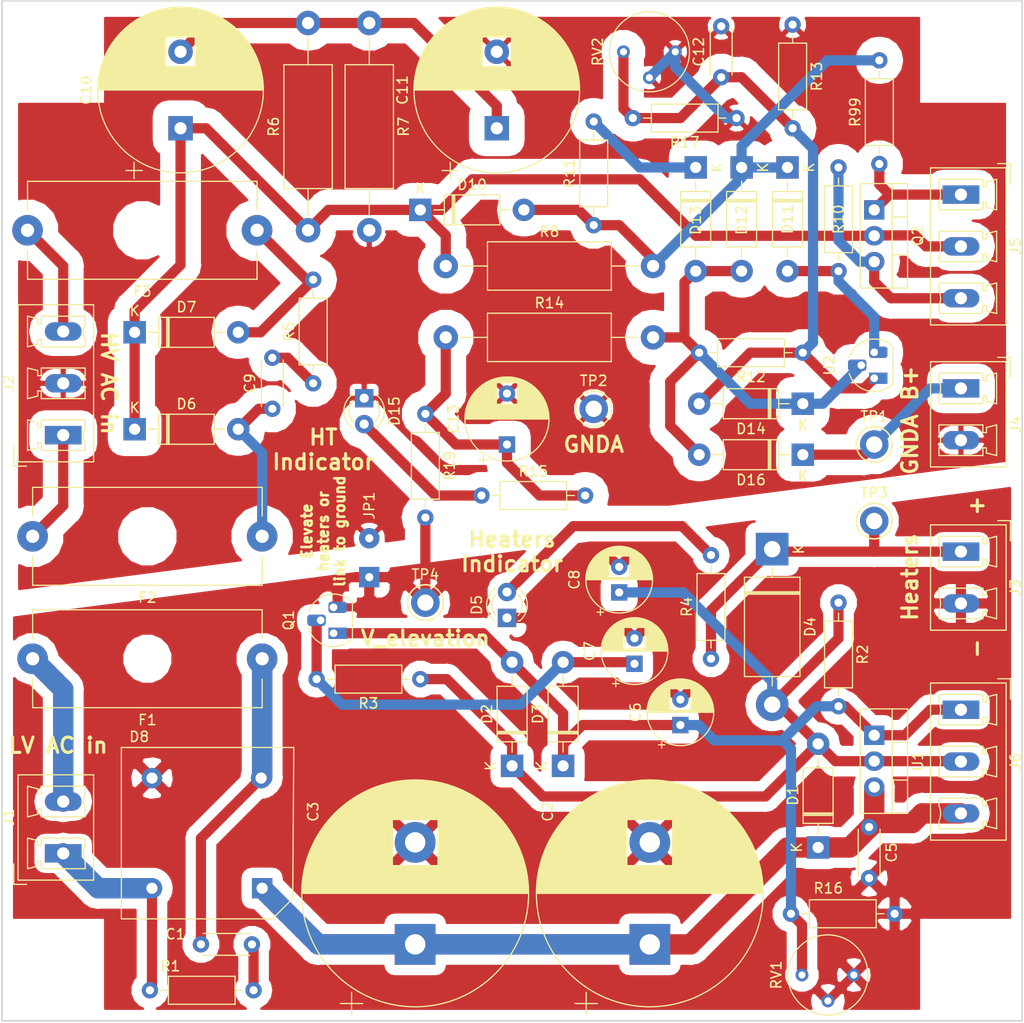
<source format=kicad_pcb>
(kicad_pcb (version 20171130) (host pcbnew "(5.0.0-3-g5ebb6b6)")
  (layers (0 F.Cu signal) (31 B.Cu signal) (34 B.Paste user) (35 F.Paste user) (36 B.SilkS user) (37 F.SilkS user) (38 B.Mask user) (39 F.Mask user) (44 Edge.Cuts user))
  (net 0 "")
  (net 1 "Net-(C1-Pad1)")
  (net 2 "Net-(C1-Pad2)")
  (net 3 "Net-(C7-Pad1)")
  (net 4 "Net-(C9-Pad2)")
  (net 5 "Net-(C9-Pad1)")
  (net 6 "Net-(C10-Pad2)")
  (net 7 GNDA)
  (net 8 "Net-(C12-Pad1)")
  (net 9 "Net-(C13-Pad1)")
  (net 10 "Net-(D4-Pad1)")
  (net 11 "Net-(D5-Pad2)")
  (net 12 "Net-(D7-Pad2)")
  (net 13 "Net-(D10-Pad2)")
  (net 14 "Net-(D11-Pad2)")
  (net 15 "Net-(D12-Pad2)")
  (net 16 "Net-(D15-Pad2)")
  (net 17 "Net-(D16-Pad1)")
  (net 18 "Net-(F1-Pad2)")
  (net 19 "Net-(F2-Pad2)")
  (net 20 "Net-(F3-Pad2)")
  (net 21 REG3)
  (net 22 REG1)
  (net 23 REG2)
  (net 24 MOS2)
  (net 25 MOS1)
  (net 26 MOS3)
  (net 27 "Net-(D8-Pad4)")
  (net 28 +VDC)
  (net 29 "Net-(D13-Pad1)")
  (module Diode_THT:Diode_Bridge_16.7x16.7x6.3mm_P10.8mm (layer F.Cu) (at 75.5 137 180)
    (fp_text reference D8 (at 12.05 14.85) (layer F.SilkS))
    (fp_text value BR310)
    (pad 3 thru_hole circle (at 10.8 10.8) (size 2 2) (drill 1.1) (layers *.Cu *.Mask) (net 28 +VDC))
    (pad 4 thru_hole circle (at 10.8 0) (size 2 2) (drill 1.1) (layers *.Cu *.Mask) (net 27 "Net-(D8-Pad4)"))
    (pad 1 thru_hole rect (at 0 0) (size 2 2) (drill 1.1) (layers *.Cu *.Mask) (net 21 REG3))
    (pad 2 thru_hole circle (at 0.1 10.8) (size 2 2) (drill 1.1) (layers *.Cu *.Mask) (net 2 "Net-(C1-Pad2)"))
  )
  (module Capacitor_THT:C_Disc_D4.3mm_W1.9mm_P5.00mm (layer F.Cu) (at 74.5 142.5 180)
    (fp_text reference C1 (at 7.5 1 180) (layer F.SilkS))
    (fp_text value "10n 100V")
    (pad 1 thru_hole circle (at 0 0 180) (size 1.6 1.6) (drill 0.8) (layers *.Cu *.Mask) (net 1 "Net-(C1-Pad1)"))
    (pad 2 thru_hole circle (at 5 0 180) (size 1.6 1.6) (drill 0.8) (layers *.Cu *.Mask) (net 2 "Net-(C1-Pad2)"))
  )
  (module Capacitor_THT:CP_Radial_D22.0mm_P10.00mm_SnapIn (layer F.Cu) (at 113.5 142.5 90)
    (fp_text reference C2 (at 13 -10 90) (layer F.SilkS))
    (fp_text value "2700uF 50V")
    (pad 2 thru_hole circle (at 10 0 90) (size 4 4) (drill 2) (layers *.Cu *.Mask) (net 28 +VDC))
    (pad 1 thru_hole rect (at 0 0 90) (size 4 4) (drill 2) (layers *.Cu *.Mask) (net 21 REG3))
  )
  (module Capacitor_THT:CP_Radial_D22.0mm_P10.00mm_SnapIn (layer F.Cu) (at 90.5 142.5 90)
    (fp_text reference C3 (at 13 -10 90) (layer F.SilkS))
    (fp_text value "2700uF 50V")
    (pad 1 thru_hole rect (at 0 0 90) (size 4 4) (drill 2) (layers *.Cu *.Mask) (net 21 REG3))
    (pad 2 thru_hole circle (at 10 0 90) (size 4 4) (drill 2) (layers *.Cu *.Mask) (net 28 +VDC))
  )
  (module Capacitor_THT:C_Disc_D4.3mm_W1.9mm_P5.00mm (layer F.Cu) (at 135 131 270)
    (fp_text reference C5 (at 2.5 -2.2 270) (layer F.SilkS))
    (fp_text value "100n 100V")
    (pad 1 thru_hole circle (at 0 0 270) (size 1.6 1.6) (drill 0.8) (layers *.Cu *.Mask) (net 21 REG3))
    (pad 2 thru_hole circle (at 5 0 270) (size 1.6 1.6) (drill 0.8) (layers *.Cu *.Mask) (net 28 +VDC))
  )
  (module Capacitor_THT:CP_Radial_D6.3mm_P2.50mm (layer F.Cu) (at 116.5 121 90)
    (fp_text reference C6 (at 1.25 -4.4 90) (layer F.SilkS))
    (fp_text value 47u)
    (pad 1 thru_hole rect (at 0 0 90) (size 1.6 1.6) (drill 0.8) (layers *.Cu *.Mask) (net 22 REG1))
    (pad 2 thru_hole circle (at 2.5 0 90) (size 1.6 1.6) (drill 0.8) (layers *.Cu *.Mask) (net 28 +VDC))
  )
  (module Capacitor_THT:CP_Radial_D6.3mm_P2.50mm (layer F.Cu) (at 112 115 90)
    (fp_text reference C7 (at 1.25 -4.4 90) (layer F.SilkS))
    (fp_text value 47u)
    (pad 2 thru_hole circle (at 2.5 0 90) (size 1.6 1.6) (drill 0.8) (layers *.Cu *.Mask) (net 28 +VDC))
    (pad 1 thru_hole rect (at 0 0 90) (size 1.6 1.6) (drill 0.8) (layers *.Cu *.Mask) (net 3 "Net-(C7-Pad1)"))
  )
  (module Capacitor_THT:CP_Radial_D6.3mm_P2.50mm (layer F.Cu) (at 110.5 108 90)
    (fp_text reference C8 (at 1.25 -4.4 90) (layer F.SilkS))
    (fp_text value 47u)
    (pad 1 thru_hole rect (at 0 0 90) (size 1.6 1.6) (drill 0.8) (layers *.Cu *.Mask) (net 23 REG2))
    (pad 2 thru_hole circle (at 2.5 0 90) (size 1.6 1.6) (drill 0.8) (layers *.Cu *.Mask) (net 28 +VDC))
  )
  (module Capacitor_THT:C_Disc_D4.3mm_W1.9mm_P5.00mm (layer F.Cu) (at 76.5 90 90)
    (fp_text reference C9 (at 2.5 -2.2 90) (layer F.SilkS))
    (fp_text value "10n >1kV")
    (pad 2 thru_hole circle (at 5 0 90) (size 1.6 1.6) (drill 0.8) (layers *.Cu *.Mask) (net 4 "Net-(C9-Pad2)"))
    (pad 1 thru_hole circle (at 0 0 90) (size 1.6 1.6) (drill 0.8) (layers *.Cu *.Mask) (net 5 "Net-(C9-Pad1)"))
  )
  (module Capacitor_THT:CP_Radial_D16.0mm_P7.50mm (layer F.Cu) (at 67.5 62.5 90)
    (fp_text reference C10 (at 3.75 -9.25 90) (layer F.SilkS))
    (fp_text value "100u 225V")
    (pad 2 thru_hole circle (at 7.5 0 90) (size 2.4 2.4) (drill 1.2) (layers *.Cu *.Mask) (net 6 "Net-(C10-Pad2)"))
    (pad 1 thru_hole rect (at 0 0 90) (size 2.4 2.4) (drill 1.2) (layers *.Cu *.Mask) (net 24 MOS2))
  )
  (module Capacitor_THT:CP_Radial_D16.0mm_P7.50mm (layer F.Cu) (at 98.5 62.5 90)
    (fp_text reference C11 (at 3.75 -9.25 90) (layer F.SilkS))
    (fp_text value "100u 225V")
    (pad 1 thru_hole rect (at 0 0 90) (size 2.4 2.4) (drill 1.2) (layers *.Cu *.Mask) (net 6 "Net-(C10-Pad2)"))
    (pad 2 thru_hole circle (at 7.5 0 90) (size 2.4 2.4) (drill 1.2) (layers *.Cu *.Mask) (net 7 GNDA))
  )
  (module Capacitor_THT:C_Disc_D4.3mm_W1.9mm_P5.00mm (layer F.Cu) (at 120.5 57.5 90)
    (fp_text reference C12 (at 2.5 -2.2 90) (layer F.SilkS))
    (fp_text value "100n 450V")
    (pad 2 thru_hole circle (at 5 0 90) (size 1.6 1.6) (drill 0.8) (layers *.Cu *.Mask) (net 7 GNDA))
    (pad 1 thru_hole circle (at 0 0 90) (size 1.6 1.6) (drill 0.8) (layers *.Cu *.Mask) (net 8 "Net-(C12-Pad1)"))
  )
  (module Capacitor_THT:CP_Radial_D8.0mm_P5.00mm (layer F.Cu) (at 99.5 93.5 90)
    (fp_text reference C13 (at 2.5 -5.25 90) (layer F.SilkS))
    (fp_text value "10u 100V")
    (pad 1 thru_hole rect (at 0 0 90) (size 1.6 1.6) (drill 0.8) (layers *.Cu *.Mask) (net 9 "Net-(C13-Pad1)"))
    (pad 2 thru_hole circle (at 5 0 90) (size 1.6 1.6) (drill 0.8) (layers *.Cu *.Mask) (net 7 GNDA))
  )
  (module Diode_THT:D_DO-41_SOD81_P10.16mm_Horizontal (layer F.Cu) (at 130 133 90)
    (fp_text reference D1 (at 5.08 -2.47 90) (layer F.SilkS))
    (fp_text value 1N4007)
    (fp_text user K (at 0 -2.1 90) (layer F.SilkS))
    (pad 2 thru_hole oval (at 10.16 0 90) (size 2.2 2.2) (drill 1.1) (layers *.Cu *.Mask) (net 23 REG2))
    (pad 1 thru_hole rect (at 0 0 90) (size 2.2 2.2) (drill 1.1) (layers *.Cu *.Mask) (net 21 REG3))
  )
  (module Diode_THT:D_DO-41_SOD81_P10.16mm_Horizontal (layer F.Cu) (at 100 125 90)
    (fp_text reference D2 (at 5.08 -2.47 90) (layer F.SilkS))
    (fp_text value 1N4007)
    (fp_text user K (at 0 -2.1 90) (layer F.SilkS))
    (pad 1 thru_hole rect (at 0 0 90) (size 2.2 2.2) (drill 1.1) (layers *.Cu *.Mask) (net 23 REG2))
    (pad 2 thru_hole oval (at 10.16 0 90) (size 2.2 2.2) (drill 1.1) (layers *.Cu *.Mask) (net 22 REG1))
  )
  (module Diode_THT:D_DO-41_SOD81_P10.16mm_Horizontal (layer F.Cu) (at 105 125 90)
    (fp_text reference D3 (at 5.08 -2.47 90) (layer F.SilkS))
    (fp_text value 1N4007)
    (fp_text user K (at 0 -2.1 90) (layer F.SilkS))
    (pad 1 thru_hole rect (at 0 0 90) (size 2.2 2.2) (drill 1.1) (layers *.Cu *.Mask) (net 22 REG1))
    (pad 2 thru_hole oval (at 10.16 0 90) (size 2.2 2.2) (drill 1.1) (layers *.Cu *.Mask) (net 3 "Net-(C7-Pad1)"))
  )
  (module Diode_THT:D_DO-201AD_P15.24mm_Horizontal (layer F.Cu) (at 125.5 103.76 270)
    (fp_text reference D4 (at 7.62 -3.72 270) (layer F.SilkS))
    (fp_text value 1N5400)
    (fp_text user K (at 0 -2.6 270) (layer F.SilkS))
    (pad 1 thru_hole rect (at 0 0 270) (size 3.2 3.2) (drill 1.6) (layers *.Cu *.Mask) (net 10 "Net-(D4-Pad1)"))
    (pad 2 thru_hole oval (at 15.24 0 270) (size 3.2 3.2) (drill 1.6) (layers *.Cu *.Mask) (net 23 REG2))
  )
  (module LED_THT:LED_D3.0mm (layer F.Cu) (at 99.5 110.5 90)
    (fp_text reference D5 (at 1.27 -2.96 90) (layer F.SilkS))
    (fp_text value LED)
    (pad 1 thru_hole rect (at 0 0 90) (size 1.8 1.8) (drill 0.9) (layers *.Cu *.Mask) (net 28 +VDC))
    (pad 2 thru_hole circle (at 2.54 0 90) (size 1.8 1.8) (drill 0.9) (layers *.Cu *.Mask) (net 11 "Net-(D5-Pad2)"))
  )
  (module Diode_THT:D_DO-41_SOD81_P10.16mm_Horizontal (layer F.Cu) (at 63 92)
    (fp_text reference D6 (at 5.08 -2.47) (layer F.SilkS))
    (fp_text value 1N4007)
    (fp_text user K (at 0 -2.1) (layer F.SilkS))
    (pad 2 thru_hole oval (at 10.16 0) (size 2.2 2.2) (drill 1.1) (layers *.Cu *.Mask) (net 5 "Net-(C9-Pad1)"))
    (pad 1 thru_hole rect (at 0 0) (size 2.2 2.2) (drill 1.1) (layers *.Cu *.Mask) (net 24 MOS2))
  )
  (module Diode_THT:D_DO-41_SOD81_P10.16mm_Horizontal (layer F.Cu) (at 63 82.5)
    (fp_text reference D7 (at 5.08 -2.47) (layer F.SilkS))
    (fp_text value 1N4007)
    (fp_text user K (at 0 -2.1) (layer F.SilkS))
    (pad 1 thru_hole rect (at 0 0) (size 2.2 2.2) (drill 1.1) (layers *.Cu *.Mask) (net 24 MOS2))
    (pad 2 thru_hole oval (at 10.16 0) (size 2.2 2.2) (drill 1.1) (layers *.Cu *.Mask) (net 12 "Net-(D7-Pad2)"))
  )
  (module Diode_THT:D_DO-41_SOD81_P10.16mm_Horizontal (layer F.Cu) (at 91 70.5)
    (fp_text reference D10 (at 5.08 -2.47) (layer F.SilkS))
    (fp_text value 1N4007)
    (fp_text user K (at 0 -2.1) (layer F.SilkS))
    (pad 2 thru_hole oval (at 10.16 0) (size 2.2 2.2) (drill 1.1) (layers *.Cu *.Mask) (net 13 "Net-(D10-Pad2)"))
    (pad 1 thru_hole rect (at 0 0) (size 2.2 2.2) (drill 1.1) (layers *.Cu *.Mask) (net 24 MOS2))
  )
  (module Diode_THT:D_DO-41_SOD81_P10.16mm_Horizontal (layer F.Cu) (at 127 66.34 270)
    (fp_text reference D11 (at 5.08 0 270) (layer F.SilkS))
    (fp_text value "12V Zener")
    (fp_text user K (at 0 -2.1 270) (layer F.SilkS))
    (pad 1 thru_hole rect (at 0 0 270) (size 2.2 2.2) (drill 1.1) (layers *.Cu *.Mask) (net 13 "Net-(D10-Pad2)"))
    (pad 2 thru_hole oval (at 10.16 0 270) (size 2.2 2.2) (drill 1.1) (layers *.Cu *.Mask) (net 14 "Net-(D11-Pad2)"))
  )
  (module Diode_THT:D_DO-41_SOD81_P10.16mm_Horizontal (layer F.Cu) (at 122.5 66.34 270)
    (fp_text reference D12 (at 5.16 0 270) (layer F.SilkS))
    (fp_text value 1N4007)
    (fp_text user K (at 0 -2.1 270) (layer F.SilkS))
    (pad 1 thru_hole rect (at 0 0 270) (size 2.2 2.2) (drill 1.1) (layers *.Cu *.Mask) (net 13 "Net-(D10-Pad2)"))
    (pad 2 thru_hole oval (at 10.16 0 270) (size 2.2 2.2) (drill 1.1) (layers *.Cu *.Mask) (net 15 "Net-(D12-Pad2)"))
  )
  (module Diode_THT:D_DO-41_SOD81_P10.16mm_Horizontal (layer F.Cu) (at 118 66.34 270)
    (fp_text reference D13 (at 5.16 0 270) (layer F.SilkS))
    (fp_text value "12V Zener")
    (fp_text user K (at 0 -2.1 270) (layer F.SilkS))
    (pad 2 thru_hole oval (at 10.16 0 270) (size 2.2 2.2) (drill 1.1) (layers *.Cu *.Mask) (net 15 "Net-(D12-Pad2)"))
    (pad 1 thru_hole rect (at 0 0 270) (size 2.2 2.2) (drill 1.1) (layers *.Cu *.Mask) (net 29 "Net-(D13-Pad1)"))
  )
  (module Diode_THT:D_DO-41_SOD81_P10.16mm_Horizontal (layer F.Cu) (at 128.5 89.5 180)
    (fp_text reference D14 (at 5.08 -2.47 180) (layer F.SilkS))
    (fp_text value 1N4007)
    (fp_text user K (at 0 -2.1 180) (layer F.SilkS))
    (pad 2 thru_hole oval (at 10.16 0 180) (size 2.2 2.2) (drill 1.1) (layers *.Cu *.Mask) (net 8 "Net-(C12-Pad1)"))
    (pad 1 thru_hole rect (at 0 0 180) (size 2.2 2.2) (drill 1.1) (layers *.Cu *.Mask) (net 15 "Net-(D12-Pad2)"))
  )
  (module LED_THT:LED_D3.0mm (layer F.Cu) (at 85.5 88.96 270)
    (fp_text reference D15 (at 1.27 -2.96 270) (layer F.SilkS))
    (fp_text value LED)
    (pad 2 thru_hole circle (at 2.54 0 270) (size 1.8 1.8) (drill 0.9) (layers *.Cu *.Mask) (net 16 "Net-(D15-Pad2)"))
    (pad 1 thru_hole rect (at 0 0 270) (size 1.8 1.8) (drill 0.9) (layers *.Cu *.Mask) (net 7 GNDA))
  )
  (module Diode_THT:D_DO-41_SOD81_P10.16mm_Horizontal (layer F.Cu) (at 128.5 94.5 180)
    (fp_text reference D16 (at 5.08 -2.47 180) (layer F.SilkS))
    (fp_text value 1N4007)
    (fp_text user K (at 0 -2.1 180) (layer F.SilkS))
    (pad 1 thru_hole rect (at 0 0 180) (size 2.2 2.2) (drill 1.1) (layers *.Cu *.Mask) (net 17 "Net-(D16-Pad1)"))
    (pad 2 thru_hole oval (at 10.16 0 180) (size 2.2 2.2) (drill 1.1) (layers *.Cu *.Mask) (net 15 "Net-(D12-Pad2)"))
  )
  (module Fuse:Fuseholder_Cylinder-5x20mm_Schurter_0031_8201_Horizontal_Open (layer F.Cu) (at 75.5 114.5 180)
    (fp_text reference F1 (at 11.25 -6 180) (layer F.SilkS))
    (fp_text value Fuse)
    (pad 1 thru_hole circle (at 0 0 180) (size 3 3) (drill 1.3) (layers *.Cu *.Mask) (net 2 "Net-(C1-Pad2)"))
    (pad 2 thru_hole circle (at 22.5 0 180) (size 3 3) (drill 1.3) (layers *.Cu *.Mask) (net 18 "Net-(F1-Pad2)"))
    (pad "" np_thru_hole circle (at 11.25 0 180) (size 2.7 2.7) (drill 2.7) (layers *.Cu *.Mask))
  )
  (module Fuse:Fuseholder_Cylinder-5x20mm_Schurter_0031_8201_Horizontal_Open (layer F.Cu) (at 75.5 102.5 180)
    (fp_text reference F2 (at 11.25 -6 180) (layer F.SilkS))
    (fp_text value Fuse)
    (pad "" np_thru_hole circle (at 11.25 0 180) (size 2.7 2.7) (drill 2.7) (layers *.Cu *.Mask))
    (pad 2 thru_hole circle (at 22.5 0 180) (size 3 3) (drill 1.3) (layers *.Cu *.Mask) (net 19 "Net-(F2-Pad2)"))
    (pad 1 thru_hole circle (at 0 0 180) (size 3 3) (drill 1.3) (layers *.Cu *.Mask) (net 5 "Net-(C9-Pad1)"))
  )
  (module Fuse:Fuseholder_Cylinder-5x20mm_Schurter_0031_8201_Horizontal_Open (layer F.Cu) (at 75 72.5 180)
    (fp_text reference F3 (at 11.25 -6 180) (layer F.SilkS))
    (fp_text value Fuse)
    (pad 1 thru_hole circle (at 0 0 180) (size 3 3) (drill 1.3) (layers *.Cu *.Mask) (net 12 "Net-(D7-Pad2)"))
    (pad 2 thru_hole circle (at 22.5 0 180) (size 3 3) (drill 1.3) (layers *.Cu *.Mask) (net 20 "Net-(F3-Pad2)"))
    (pad "" np_thru_hole circle (at 11.25 0 180) (size 2.7 2.7) (drill 2.7) (layers *.Cu *.Mask))
  )
  (module Connector_Phoenix_MC_HighVoltage:PhoenixContact_MCV_1,5_2-G-5.08_1x02_P5.08mm_Vertical (layer F.Cu) (at 56 133.58 90)
    (fp_text reference J1 (at 3.54 -5.35 90) (layer F.SilkS))
    (fp_text value Screw_Terminal_01x02)
    (pad 1 thru_hole rect (at 0 0 90) (size 1.8 3.6) (drill 1.2) (layers *.Cu *.Mask) (net 27 "Net-(D8-Pad4)"))
    (pad 2 thru_hole oval (at 5.08 0 90) (size 1.8 3.6) (drill 1.2) (layers *.Cu *.Mask) (net 18 "Net-(F1-Pad2)"))
  )
  (module Connector_Phoenix_MC_HighVoltage:PhoenixContact_MCV_1,5_3-G-5.08_1x03_P5.08mm_Vertical (layer F.Cu) (at 56 92.58 90)
    (fp_text reference J2 (at 5.08 -5.35 90) (layer F.SilkS))
    (fp_text value Screw_Terminal_01x03)
    (pad 1 thru_hole rect (at 0 0 90) (size 1.8 3.6) (drill 1.2) (layers *.Cu *.Mask) (net 19 "Net-(F2-Pad2)"))
    (pad 2 thru_hole oval (at 5.08 0 90) (size 1.8 3.6) (drill 1.2) (layers *.Cu *.Mask) (net 7 GNDA))
    (pad 3 thru_hole oval (at 10.16 0 90) (size 1.8 3.6) (drill 1.2) (layers *.Cu *.Mask) (net 20 "Net-(F3-Pad2)"))
  )
  (module Connector_Phoenix_MC_HighVoltage:PhoenixContact_MCV_1,5_2-G-5.08_1x02_P5.08mm_Vertical (layer F.Cu) (at 144 104 270)
    (fp_text reference J3 (at 3.54 -5.35 270) (layer F.SilkS))
    (fp_text value Screw_Terminal_01x02)
    (pad 1 thru_hole rect (at 0 0 270) (size 1.8 3.6) (drill 1.2) (layers *.Cu *.Mask) (net 10 "Net-(D4-Pad1)"))
    (pad 2 thru_hole oval (at 5.08 0 270) (size 1.8 3.6) (drill 1.2) (layers *.Cu *.Mask) (net 28 +VDC))
  )
  (module Connector_Phoenix_MC_HighVoltage:PhoenixContact_MCV_1,5_2-G-5.08_1x02_P5.08mm_Vertical (layer F.Cu) (at 144 88 270)
    (fp_text reference J4 (at 3.54 -5.35 270) (layer F.SilkS))
    (fp_text value Screw_Terminal_01x02)
    (pad 2 thru_hole oval (at 5.08 0 270) (size 1.8 3.6) (drill 1.2) (layers *.Cu *.Mask) (net 7 GNDA))
    (pad 1 thru_hole rect (at 0 0 270) (size 1.8 3.6) (drill 1.2) (layers *.Cu *.Mask) (net 17 "Net-(D16-Pad1)"))
  )
  (module MountingHole:MountingHole_3.2mm_M3 (layer F.Cu) (at 145 145)
    (fp_text reference MH2 hide)
    (fp_text value MountingHole)
    (pad 1 np_thru_hole circle (at 0 0) (size 3.2 3.2) (drill 3.2) (layers *.Cu *.Mask))
  )
  (module MountingHole:MountingHole_3.2mm_M3 (layer F.Cu) (at 145 55)
    (fp_text reference MH3 hide)
    (fp_text value MountingHole)
    (pad 1 np_thru_hole circle (at 0 0) (size 3.2 3.2) (drill 3.2) (layers *.Cu *.Mask))
  )
  (module MountingHole:MountingHole_3.2mm_M3 (layer F.Cu) (at 55 145)
    (fp_text reference MH4 hide)
    (fp_text value MountingHole)
    (pad 1 np_thru_hole circle (at 0 0) (size 3.2 3.2) (drill 3.2) (layers *.Cu *.Mask))
  )
  (module Package_TO_SOT_THT:TO-92_HandSolder (layer F.Cu) (at 82.5 112 90)
    (fp_text reference Q1 (at 1.27 -4.4 90) (layer F.SilkS))
    (fp_text value 2N3906)
    (pad 2 thru_hole roundrect (at 1.27 -1.27 90) (size 1.1 1.8) (drill 0.75 (offset 0 -0.4)) (layers *.Cu *.Mask) (net 3 "Net-(C7-Pad1)"))
    (pad 3 thru_hole roundrect (at 2.54 0 90) (size 1.1 1.8) (drill 0.75 (offset 0 0.4)) (layers *.Cu *.Mask) (net 28 +VDC) (clearance 0.5))
    (pad 1 thru_hole rect (at 0 0 90) (size 1.1 1.8) (drill 0.75 (offset 0 0.4)) (layers *.Cu *.Mask) (net 22 REG1))
  )
  (module Package_TO_SOT_THT:TO-220-3_Vertical (layer F.Cu) (at 135.5 70.5 270)
    (fp_text reference Q2 (at 2.54 -4.27 270) (layer F.SilkS))
    (fp_text value IRF820)
    (pad 1 thru_hole rect (at 0 0 270) (size 1.905 2) (drill 1.1) (layers *.Cu *.Mask) (net 25 MOS1))
    (pad 2 thru_hole oval (at 2.54 0 270) (size 1.905 2) (drill 1.1) (layers *.Cu *.Mask) (net 24 MOS2))
    (pad 3 thru_hole oval (at 5.08 0 270) (size 1.905 2) (drill 1.1) (layers *.Cu *.Mask) (net 26 MOS3))
  )
  (module Resistor_THT:R_Axial_DIN0207_L6.3mm_D2.5mm_P10.16mm_Horizontal (layer F.Cu) (at 64.5 147)
    (fp_text reference R1 (at 2 -2.37) (layer F.SilkS))
    (fp_text value 4.7k)
    (pad 2 thru_hole oval (at 10.16 0) (size 1.6 1.6) (drill 0.8) (layers *.Cu *.Mask) (net 1 "Net-(C1-Pad1)"))
    (pad 1 thru_hole circle (at 0 0) (size 1.6 1.6) (drill 0.8) (layers *.Cu *.Mask) (net 27 "Net-(D8-Pad4)"))
  )
  (module Resistor_THT:R_Axial_DIN0207_L6.3mm_D2.5mm_P10.16mm_Horizontal (layer F.Cu) (at 132 109 270)
    (fp_text reference R2 (at 5.08 -2.37 270) (layer F.SilkS))
    (fp_text value 470r)
    (pad 1 thru_hole circle (at 0 0 270) (size 1.6 1.6) (drill 0.8) (layers *.Cu *.Mask) (net 23 REG2))
    (pad 2 thru_hole oval (at 10.16 0 270) (size 1.6 1.6) (drill 0.8) (layers *.Cu *.Mask) (net 22 REG1))
  )
  (module Resistor_THT:R_Axial_DIN0207_L6.3mm_D2.5mm_P10.16mm_Horizontal (layer F.Cu) (at 91 116.5 180)
    (fp_text reference R3 (at 5.08 -2.37 180) (layer F.SilkS))
    (fp_text value 100k)
    (pad 2 thru_hole oval (at 10.16 0 180) (size 1.6 1.6) (drill 0.8) (layers *.Cu *.Mask) (net 3 "Net-(C7-Pad1)"))
    (pad 1 thru_hole circle (at 0 0 180) (size 1.6 1.6) (drill 0.8) (layers *.Cu *.Mask) (net 23 REG2))
  )
  (module Resistor_THT:R_Axial_DIN0207_L6.3mm_D2.5mm_P10.16mm_Horizontal (layer F.Cu) (at 119.5 114.5 90)
    (fp_text reference R4 (at 5.08 -2.37 90) (layer F.SilkS))
    (fp_text value 4.7k)
    (pad 1 thru_hole circle (at 0 0 90) (size 1.6 1.6) (drill 0.8) (layers *.Cu *.Mask) (net 10 "Net-(D4-Pad1)"))
    (pad 2 thru_hole oval (at 10.16 0 90) (size 1.6 1.6) (drill 0.8) (layers *.Cu *.Mask) (net 11 "Net-(D5-Pad2)"))
  )
  (module Resistor_THT:R_Axial_DIN0207_L6.3mm_D2.5mm_P10.16mm_Horizontal (layer F.Cu) (at 80.5 87.5 90)
    (fp_text reference R5 (at 5.08 -2.37 90) (layer F.SilkS))
    (fp_text value 4.7k)
    (pad 2 thru_hole oval (at 10.16 0 90) (size 1.6 1.6) (drill 0.8) (layers *.Cu *.Mask) (net 12 "Net-(D7-Pad2)"))
    (pad 1 thru_hole circle (at 0 0 90) (size 1.6 1.6) (drill 0.8) (layers *.Cu *.Mask) (net 4 "Net-(C9-Pad2)"))
  )
  (module Resistor_THT:R_Axial_DIN0207_L6.3mm_D2.5mm_P10.16mm_Horizontal (layer F.Cu) (at 91.5 90.5 270)
    (fp_text reference R19 (at 5.08 -2.37 270) (layer F.SilkS))
    (fp_text value 100r)
    (pad 2 thru_hole oval (at 10.16 0 270) (size 1.6 1.6) (drill 0.8) (layers *.Cu *.Mask) (net 28 +VDC))
    (pad 1 thru_hole circle (at 0 0 270) (size 1.6 1.6) (drill 0.8) (layers *.Cu *.Mask) (net 9 "Net-(C13-Pad1)"))
  )
  (module Resistor_THT:R_Axial_DIN0207_L6.3mm_D2.5mm_P10.16mm_Horizontal (layer F.Cu) (at 132 76.5 90)
    (fp_text reference R10 (at 5.08 0 90) (layer F.SilkS))
    (fp_text value 10r)
    (pad 1 thru_hole circle (at 0 0 90) (size 1.6 1.6) (drill 0.8) (layers *.Cu *.Mask) (net 14 "Net-(D11-Pad2)"))
    (pad 2 thru_hole oval (at 10.16 0 90) (size 1.6 1.6) (drill 0.8) (layers *.Cu *.Mask) (net 26 MOS3))
  )
  (module Resistor_THT:R_Axial_DIN0207_L6.3mm_D2.5mm_P10.16mm_Horizontal (layer F.Cu) (at 108 72 90)
    (fp_text reference R11 (at 5.08 -2.37 90) (layer F.SilkS))
    (fp_text value 91k)
    (pad 2 thru_hole oval (at 10.16 0 90) (size 1.6 1.6) (drill 0.8) (layers *.Cu *.Mask) (net 29 "Net-(D13-Pad1)"))
    (pad 1 thru_hole circle (at 0 0 90) (size 1.6 1.6) (drill 0.8) (layers *.Cu *.Mask) (net 13 "Net-(D10-Pad2)"))
  )
  (module Resistor_THT:R_Axial_DIN0207_L6.3mm_D2.5mm_P10.16mm_Horizontal (layer F.Cu) (at 128.5 84.5 180)
    (fp_text reference R12 (at 5.08 -2.37 180) (layer F.SilkS))
    (fp_text value 1.5k)
    (pad 2 thru_hole oval (at 10.16 0 180) (size 1.6 1.6) (drill 0.8) (layers *.Cu *.Mask) (net 15 "Net-(D12-Pad2)"))
    (pad 1 thru_hole circle (at 0 0 180) (size 1.6 1.6) (drill 0.8) (layers *.Cu *.Mask) (net 8 "Net-(C12-Pad1)"))
  )
  (module Resistor_THT:R_Axial_DIN0207_L6.3mm_D2.5mm_P10.16mm_Horizontal (layer F.Cu) (at 127.5 52.34 270)
    (fp_text reference R13 (at 5.08 -2.37 270) (layer F.SilkS))
    (fp_text value 1.5M)
    (pad 1 thru_hole circle (at 0 0 270) (size 1.6 1.6) (drill 0.8) (layers *.Cu *.Mask) (net 7 GNDA))
    (pad 2 thru_hole oval (at 10.16 0 270) (size 1.6 1.6) (drill 0.8) (layers *.Cu *.Mask) (net 8 "Net-(C12-Pad1)"))
  )
  (module Resistor_THT:R_Axial_DIN0207_L6.3mm_D2.5mm_P10.16mm_Horizontal (layer F.Cu) (at 97 98.5)
    (fp_text reference R15 (at 5.08 -2.37) (layer F.SilkS))
    (fp_text value 33k)
    (pad 1 thru_hole circle (at 0 0) (size 1.6 1.6) (drill 0.8) (layers *.Cu *.Mask) (net 16 "Net-(D15-Pad2)"))
    (pad 2 thru_hole oval (at 10.16 0) (size 1.6 1.6) (drill 0.8) (layers *.Cu *.Mask) (net 9 "Net-(C13-Pad1)"))
  )
  (module Resistor_THT:R_Axial_DIN0207_L6.3mm_D2.5mm_P10.16mm_Horizontal (layer F.Cu) (at 136 66 90)
    (fp_text reference R99 (at 5.08 -2.37 90) (layer F.SilkS))
    (fp_text value 100r)
    (pad 1 thru_hole circle (at 0 0 90) (size 1.6 1.6) (drill 0.8) (layers *.Cu *.Mask) (net 25 MOS1))
    (pad 2 thru_hole oval (at 10.16 0 90) (size 1.6 1.6) (drill 0.8) (layers *.Cu *.Mask) (net 13 "Net-(D10-Pad2)"))
  )
  (module TestPoint:TestPoint_Keystone_5005-5009_Compact (layer F.Cu) (at 135.5 93.5)
    (fp_text reference TP1 (at 0 -2.75) (layer F.SilkS))
    (fp_text value TestPoint)
    (pad 1 thru_hole circle (at 0 0) (size 2.8 2.8) (drill 1.6) (layers *.Cu *.Mask) (net 17 "Net-(D16-Pad1)"))
  )
  (module TestPoint:TestPoint_Keystone_5005-5009_Compact (layer F.Cu) (at 108 90)
    (fp_text reference TP2 (at 0 -2.75) (layer F.SilkS))
    (fp_text value TestPoint)
    (pad 1 thru_hole circle (at 0 0) (size 2.8 2.8) (drill 1.6) (layers *.Cu *.Mask) (net 7 GNDA))
  )
  (module TestPoint:TestPoint_Keystone_5005-5009_Compact (layer F.Cu) (at 135.5 101)
    (fp_text reference TP3 (at 0 -2.75) (layer F.SilkS))
    (fp_text value TestPoint)
    (pad 1 thru_hole circle (at 0 0) (size 2.8 2.8) (drill 1.6) (layers *.Cu *.Mask) (net 10 "Net-(D4-Pad1)"))
  )
  (module TestPoint:TestPoint_Keystone_5005-5009_Compact (layer F.Cu) (at 91.5 109)
    (fp_text reference TP4 (at 0 -2.75) (layer F.SilkS))
    (fp_text value TestPoint)
    (pad 1 thru_hole circle (at 0 0) (size 2.8 2.8) (drill 1.6) (layers *.Cu *.Mask) (net 28 +VDC))
  )
  (module Package_TO_SOT_THT:TO-220-3_Vertical (layer F.Cu) (at 135.5 122 270)
    (fp_text reference U1 (at 2.54 -4.27 270) (layer F.SilkS))
    (fp_text value LM317)
    (pad 3 thru_hole oval (at 5.08 0 270) (size 1.905 2) (drill 1.1) (layers *.Cu *.Mask) (net 21 REG3))
    (pad 2 thru_hole oval (at 2.54 0 270) (size 1.905 2) (drill 1.1) (layers *.Cu *.Mask) (net 23 REG2))
    (pad 1 thru_hole rect (at 0 0 270) (size 1.905 2) (drill 1.1) (layers *.Cu *.Mask) (net 22 REG1))
  )
  (module Package_TO_SOT_THT:TO-92_HandSolder (layer F.Cu) (at 135.5 87 90)
    (fp_text reference U2 (at 1.27 -4.4 90) (layer F.SilkS))
    (fp_text value LM317L)
    (pad 1 thru_hole rect (at 0 0 90) (size 1.1 1.8) (drill 0.75 (offset 0 0.4)) (layers *.Cu *.Mask) (net 8 "Net-(C12-Pad1)"))
    (pad 3 thru_hole roundrect (at 2.54 0 90) (size 1.1 1.8) (drill 0.75 (offset 0 0.4)) (layers *.Cu *.Mask) (net 14 "Net-(D11-Pad2)"))
    (pad 2 thru_hole roundrect (at 1.27 -1.27 90) (size 1.1 1.8) (drill 0.75 (offset 0 -0.4)) (layers *.Cu *.Mask) (net 15 "Net-(D12-Pad2)"))
  )
  (module Potentiometer_THT:Potentiometer_Bourns_3339P_Vertical (layer F.Cu) (at 133.5 145.5 90)
    (fp_text reference RV1 (at 0 -7.6 90) (layer F.SilkS))
    (fp_text value 5k)
    (pad 3 thru_hole circle (at 0 -5.08 90) (size 1.26 1.26) (drill 0.7) (layers *.Cu *.Mask) (net 22 REG1))
    (pad 2 thru_hole circle (at -2.54 -2.54 90) (size 1.26 1.26) (drill 0.7) (layers *.Cu *.Mask) (net 28 +VDC))
    (pad 1 thru_hole circle (at 0 0 90) (size 1.26 1.26) (drill 0.7) (layers *.Cu *.Mask) (net 28 +VDC))
  )
  (module Potentiometer_THT:Potentiometer_Bourns_3339P_Vertical (layer F.Cu) (at 116 55 90)
    (fp_text reference RV2 (at 0 -7.6 90) (layer F.SilkS))
    (fp_text value 470k)
    (pad 1 thru_hole circle (at 0 0 90) (size 1.26 1.26) (drill 0.7) (layers *.Cu *.Mask) (net 7 GNDA))
    (pad 2 thru_hole circle (at -2.54 -2.54 90) (size 1.26 1.26) (drill 0.7) (layers *.Cu *.Mask) (net 7 GNDA))
    (pad 3 thru_hole circle (at 0 -5.08 90) (size 1.26 1.26) (drill 0.7) (layers *.Cu *.Mask) (net 8 "Net-(C12-Pad1)"))
  )
  (module Resistor_THT:R_Axial_DIN0207_L6.3mm_D2.5mm_P10.16mm_Horizontal (layer F.Cu) (at 127.34 139.5)
    (fp_text reference R16 (at 3.66 -2.5) (layer F.SilkS))
    (fp_text value DNP)
    (pad 2 thru_hole oval (at 10.16 0) (size 1.6 1.6) (drill 0.8) (layers *.Cu *.Mask) (net 28 +VDC))
    (pad 1 thru_hole circle (at 0 0) (size 1.6 1.6) (drill 0.8) (layers *.Cu *.Mask) (net 22 REG1))
  )
  (module Resistor_THT:R_Axial_DIN0207_L6.3mm_D2.5mm_P10.16mm_Horizontal (layer F.Cu) (at 122 61.5 180)
    (fp_text reference R17 (at 5.08 -2.37 180) (layer F.SilkS))
    (fp_text value DNP)
    (pad 1 thru_hole circle (at 0 0 180) (size 1.6 1.6) (drill 0.8) (layers *.Cu *.Mask) (net 7 GNDA))
    (pad 2 thru_hole oval (at 10.16 0 180) (size 1.6 1.6) (drill 0.8) (layers *.Cu *.Mask) (net 8 "Net-(C12-Pad1)"))
  )
  (module Connector_Phoenix_MC_HighVoltage:PhoenixContact_MCV_1,5_3-G-5.08_1x03_P5.08mm_Vertical (layer F.Cu) (at 144 69 270)
    (fp_text reference J5 (at 5.08 -5.35 270) (layer F.SilkS))
    (fp_text value Screw_Terminal_01x03)
    (pad 3 thru_hole oval (at 10.16 0 270) (size 1.8 3.6) (drill 1.2) (layers *.Cu *.Mask) (net 26 MOS3))
    (pad 2 thru_hole oval (at 5.08 0 270) (size 1.8 3.6) (drill 1.2) (layers *.Cu *.Mask) (net 24 MOS2))
    (pad 1 thru_hole rect (at 0 0 270) (size 1.8 3.6) (drill 1.2) (layers *.Cu *.Mask) (net 25 MOS1))
  )
  (module Connector_Phoenix_MC_HighVoltage:PhoenixContact_MCV_1,5_3-G-5.08_1x03_P5.08mm_Vertical (layer F.Cu) (at 144 119.5 270)
    (fp_text reference J6 (at 5.08 -5.35 270) (layer F.SilkS))
    (fp_text value Screw_Terminal_01x03)
    (pad 1 thru_hole rect (at 0 0 270) (size 1.8 3.6) (drill 1.2) (layers *.Cu *.Mask) (net 22 REG1))
    (pad 2 thru_hole oval (at 5.08 0 270) (size 1.8 3.6) (drill 1.2) (layers *.Cu *.Mask) (net 23 REG2))
    (pad 3 thru_hole oval (at 10.16 0 270) (size 1.8 3.6) (drill 1.2) (layers *.Cu *.Mask) (net 21 REG3))
  )
  (module MountingHole:MountingHole_3.2mm_M3 (layer F.Cu) (at 55 55)
    (fp_text reference MH1 hide)
    (fp_text value MountingHole)
    (pad 1 np_thru_hole circle (at 0 0) (size 3.2 3.2) (drill 3.2) (layers *.Cu *.Mask))
  )
  (module Resistor_THT:R_Axial_DIN0414_L11.9mm_D4.5mm_P20.32mm_Horizontal (layer F.Cu) (at 80 72.5 90)
    (fp_text reference R6 (at 10.16 -3.37 90) (layer F.SilkS))
    (fp_text value "220k 2W")
    (pad 1 thru_hole circle (at 0 0 90) (size 2.4 2.4) (drill 1.2) (layers *.Cu *.Mask) (net 24 MOS2))
    (pad 2 thru_hole oval (at 20.32 0 90) (size 2.4 2.4) (drill 1.2) (layers *.Cu *.Mask) (net 6 "Net-(C10-Pad2)"))
  )
  (module Resistor_THT:R_Axial_DIN0414_L11.9mm_D4.5mm_P20.32mm_Horizontal (layer F.Cu) (at 86 52.18 270)
    (fp_text reference R7 (at 10.16 -3.37 270) (layer F.SilkS))
    (fp_text value "220k 2W")
    (pad 2 thru_hole oval (at 20.32 0 270) (size 2.4 2.4) (drill 1.2) (layers *.Cu *.Mask) (net 7 GNDA))
    (pad 1 thru_hole circle (at 0 0 270) (size 2.4 2.4) (drill 1.2) (layers *.Cu *.Mask) (net 6 "Net-(C10-Pad2)"))
  )
  (module Resistor_THT:R_Axial_DIN0414_L11.9mm_D4.5mm_P20.32mm_Horizontal (layer F.Cu) (at 93.5 76)
    (fp_text reference R8 (at 10.16 -3.37) (layer F.SilkS))
    (fp_text value "1Meg 2W")
    (pad 1 thru_hole circle (at 0 0) (size 2.4 2.4) (drill 1.2) (layers *.Cu *.Mask) (net 24 MOS2))
    (pad 2 thru_hole oval (at 20.32 0) (size 2.4 2.4) (drill 1.2) (layers *.Cu *.Mask) (net 13 "Net-(D10-Pad2)"))
  )
  (module Resistor_THT:R_Axial_DIN0414_L11.9mm_D4.5mm_P20.32mm_Horizontal (layer F.Cu) (at 93.5 83)
    (fp_text reference R14 (at 10.16 -3.37) (layer F.SilkS))
    (fp_text value "100k 2W")
    (pad 2 thru_hole oval (at 20.32 0) (size 2.4 2.4) (drill 1.2) (layers *.Cu *.Mask) (net 15 "Net-(D12-Pad2)"))
    (pad 1 thru_hole circle (at 0 0) (size 2.4 2.4) (drill 1.2) (layers *.Cu *.Mask) (net 9 "Net-(C13-Pad1)"))
  )
  (module Connector_Wire:SolderWirePad_1x02_P3.81mm_Drill0.8mm (layer F.Cu) (at 86 106.5 90)
    (fp_text reference JP1 (at 7 0 90) (layer F.SilkS))
    (fp_text value Jumper_NO_Small)
    (pad 1 thru_hole rect (at 0 0 90) (size 1.99898 1.99898) (drill 0.8001) (layers *.Cu *.Mask) (net 28 +VDC))
    (pad 2 thru_hole circle (at 3.81 0 90) (size 1.99898 1.99898) (drill 0.8001) (layers *.Cu *.Mask) (net 7 GNDA))
  )
  (gr_text "Elevate\nheaters or\nlink to ground" (at 81.5 102 90) (layer F.SilkS) (effects (font (size 1 1) (thickness 0.25))))
  (gr_text "LV AC in" (at 55.5 123) (layer F.SilkS) (effects (font (size 1.5 1.5) (thickness 0.3))))
  (gr_text "HV AC in" (at 60.5 87.5 270) (layer F.SilkS) (effects (font (size 1.5 1.5) (thickness 0.3))))
  (gr_text - (at 145.5 113.5 90) (layer F.SilkS) (effects (font (size 1.5 1.5) (thickness 0.3))))
  (gr_text + (at 145.5 99.5 90) (layer F.SilkS) (effects (font (size 1.5 1.5) (thickness 0.3))))
  (gr_text V_elevation (at 91.5 112.5) (layer F.SilkS) (effects (font (size 1.5 1.5) (thickness 0.3))))
  (gr_text GNDA (at 108 93.5) (layer F.SilkS) (effects (font (size 1.5 1.5) (thickness 0.3))))
  (gr_text Heaters (at 139 106.5 90) (layer F.SilkS) (effects (font (size 1.5 1.5) (thickness 0.3))))
  (gr_text GNDA (at 139 93.5 90) (layer F.SilkS) (effects (font (size 1.5 1.5) (thickness 0.3))))
  (gr_text B+ (at 139 87.5 90) (layer F.SilkS) (effects (font (size 1.5 1.5) (thickness 0.3))))
  (gr_text "HT\nIndicator" (at 81.5 94) (layer F.SilkS) (effects (font (size 1.5 1.5) (thickness 0.3))))
  (gr_text "Heaters\nIndicator" (at 100 104) (layer F.SilkS) (effects (font (size 1.5 1.5) (thickness 0.3))))
  (gr_line (start 50 150) (end 150 150) (layer Edge.Cuts) (width 0.15))
  (gr_line (start 50 50) (end 50 150) (layer Edge.Cuts) (width 0.15))
  (gr_line (start 150 50) (end 150 150) (layer Edge.Cuts) (width 0.15))
  (gr_line (start 50 50) (end 150 50) (layer Edge.Cuts) (width 0.15))
  (segment (start 74.66 147) (end 74.66 142.66) (width 1) (layer F.Cu) (net 1))
  (segment (start 74.66 142.66) (end 74.5 142.5) (width 1) (layer F.Cu) (net 1))
  (segment (start 75.5 126.1) (end 75.4 126.2) (width 2) (layer F.Cu) (net 2))
  (segment (start 75.5 114.5) (end 75.5 126.1) (width 2) (layer F.Cu) (net 2))
  (segment (start 69.5 132.1) (end 75.4 126.2) (width 1) (layer F.Cu) (net 2))
  (segment (start 69.5 142.5) (end 69.5 132.1) (width 1) (layer F.Cu) (net 2))
  (segment (start 75.5 126.1) (end 75.4 126.2) (width 2) (layer B.Cu) (net 2))
  (segment (start 75.5 114.5) (end 75.5 126.1) (width 2) (layer B.Cu) (net 2))
  (segment (start 80.84 111.12) (end 81.23 110.73) (width 1) (layer F.Cu) (net 3))
  (segment (start 80.84 116.5) (end 80.84 111.12) (width 1) (layer F.Cu) (net 3))
  (segment (start 111.84 114.84) (end 112 115) (width 1) (layer F.Cu) (net 3))
  (segment (start 105 114.84) (end 111.84 114.84) (width 1) (layer F.Cu) (net 3))
  (segment (start 105 114.84) (end 100.84 119) (width 1) (layer B.Cu) (net 3))
  (segment (start 83.34 119) (end 80.84 116.5) (width 1) (layer B.Cu) (net 3))
  (segment (start 100.84 119) (end 83.34 119) (width 1) (layer B.Cu) (net 3))
  (segment (start 78 85) (end 80.5 87.5) (width 1) (layer F.Cu) (net 4))
  (segment (start 76.5 85) (end 78 85) (width 1) (layer F.Cu) (net 4))
  (segment (start 75.16 90) (end 73.16 92) (width 1) (layer F.Cu) (net 5))
  (segment (start 76.5 90) (end 75.16 90) (width 1) (layer F.Cu) (net 5))
  (segment (start 75.5 94.34) (end 73.16 92) (width 1) (layer B.Cu) (net 5))
  (segment (start 75.5 102.5) (end 75.5 94.34) (width 1) (layer B.Cu) (net 5))
  (segment (start 70.32 52.18) (end 80 52.18) (width 1) (layer F.Cu) (net 6))
  (segment (start 67.5 55) (end 70.32 52.18) (width 1) (layer F.Cu) (net 6))
  (segment (start 80 52.18) (end 86 52.18) (width 1) (layer F.Cu) (net 6))
  (segment (start 98.5 60.3) (end 98.5 62.5) (width 1) (layer F.Cu) (net 6))
  (segment (start 90.38 52.18) (end 98.5 60.3) (width 1) (layer F.Cu) (net 6))
  (segment (start 86 52.18) (end 90.38 52.18) (width 1) (layer F.Cu) (net 6))
  (segment (start 121 61.5) (end 122 61.5) (width 1) (layer B.Cu) (net 7))
  (segment (start 116 56.5) (end 121 61.5) (width 1) (layer B.Cu) (net 7))
  (segment (start 116 55) (end 116 56.5) (width 1) (layer B.Cu) (net 7))
  (segment (start 113.46 57.54) (end 116 55) (width 1) (layer B.Cu) (net 7))
  (segment (start 123.34 84.5) (end 128.5 84.5) (width 1) (layer F.Cu) (net 8))
  (segment (start 118.34 89.5) (end 123.34 84.5) (width 1) (layer F.Cu) (net 8))
  (segment (start 128.5 84.5) (end 132 88) (width 1) (layer F.Cu) (net 8))
  (segment (start 134.5 88) (end 135.5 87) (width 1) (layer F.Cu) (net 8))
  (segment (start 132 88) (end 134.5 88) (width 1) (layer F.Cu) (net 8))
  (segment (start 110.92 60.58) (end 111.84 61.5) (width 1) (layer F.Cu) (net 8))
  (segment (start 110.92 55) (end 110.92 60.58) (width 1) (layer F.Cu) (net 8))
  (segment (start 116.5 61.5) (end 120.5 57.5) (width 1) (layer F.Cu) (net 8))
  (segment (start 111.84 61.5) (end 116.5 61.5) (width 1) (layer F.Cu) (net 8))
  (segment (start 122.5 57.5) (end 127.5 62.5) (width 1) (layer F.Cu) (net 8))
  (segment (start 120.5 57.5) (end 122.5 57.5) (width 1) (layer F.Cu) (net 8))
  (segment (start 128.299999 63.299999) (end 127.5 62.5) (width 1) (layer B.Cu) (net 8))
  (segment (start 129.5 64.5) (end 128.299999 63.299999) (width 1) (layer B.Cu) (net 8))
  (segment (start 129.5 83.5) (end 129.5 64.5) (width 1) (layer B.Cu) (net 8))
  (segment (start 128.5 84.5) (end 129.5 83.5) (width 1) (layer B.Cu) (net 8))
  (segment (start 99.5 95.3) (end 99.5 93.5) (width 1) (layer F.Cu) (net 9))
  (segment (start 102.7 98.5) (end 99.5 95.3) (width 1) (layer F.Cu) (net 9))
  (segment (start 107.16 98.5) (end 102.7 98.5) (width 1) (layer F.Cu) (net 9))
  (segment (start 94.5 93.5) (end 91.5 90.5) (width 1) (layer F.Cu) (net 9))
  (segment (start 99.5 93.5) (end 94.5 93.5) (width 1) (layer F.Cu) (net 9))
  (segment (start 93.5 88.5) (end 91.5 90.5) (width 1) (layer F.Cu) (net 9))
  (segment (start 93.5 83) (end 93.5 88.5) (width 1) (layer F.Cu) (net 9))
  (segment (start 119.5 109.76) (end 125.5 103.76) (width 1) (layer F.Cu) (net 10))
  (segment (start 119.5 114.5) (end 119.5 109.76) (width 1) (layer F.Cu) (net 10))
  (segment (start 125.74 104) (end 125.5 103.76) (width 1) (layer F.Cu) (net 10))
  (segment (start 135.5 101) (end 135.5 104) (width 1) (layer F.Cu) (net 10))
  (segment (start 135.5 104) (end 125.74 104) (width 1) (layer F.Cu) (net 10))
  (segment (start 144 104) (end 135.5 104) (width 1) (layer F.Cu) (net 10))
  (segment (start 119.16 104) (end 119.5 104.34) (width 1) (layer F.Cu) (net 11))
  (segment (start 106 101.5) (end 116.66 101.5) (width 1) (layer F.Cu) (net 11))
  (segment (start 116.66 101.5) (end 119.16 104) (width 1) (layer F.Cu) (net 11))
  (segment (start 99.54 107.96) (end 106 101.5) (width 1) (layer F.Cu) (net 11))
  (segment (start 75.34 82.5) (end 80.5 77.34) (width 1) (layer F.Cu) (net 12))
  (segment (start 73.16 82.5) (end 75.34 82.5) (width 1) (layer F.Cu) (net 12))
  (segment (start 79.84 77.34) (end 75 72.5) (width 1) (layer F.Cu) (net 12))
  (segment (start 80.5 77.34) (end 79.84 77.34) (width 1) (layer F.Cu) (net 12))
  (segment (start 122.5 67.32) (end 122.5 66.34) (width 1) (layer B.Cu) (net 13))
  (segment (start 113.82 76) (end 122.5 67.32) (width 1) (layer B.Cu) (net 13))
  (segment (start 130.9 55.84) (end 136 55.84) (width 1) (layer B.Cu) (net 13))
  (segment (start 122.5 64.24) (end 130.9 55.84) (width 1) (layer B.Cu) (net 13))
  (segment (start 122.5 66.34) (end 122.5 64.24) (width 1) (layer B.Cu) (net 13))
  (segment (start 106.5 70.5) (end 108 72) (width 1) (layer F.Cu) (net 13))
  (segment (start 101.16 70.5) (end 106.5 70.5) (width 1) (layer F.Cu) (net 13))
  (segment (start 110.5 72) (end 108 72) (width 1) (layer F.Cu) (net 13))
  (segment (start 113.82 75.32) (end 110.5 72) (width 1) (layer F.Cu) (net 13))
  (segment (start 113.82 76) (end 113.82 75.32) (width 1) (layer F.Cu) (net 13))
  (segment (start 122.5 66.34) (end 127 66.34) (width 1) (layer B.Cu) (net 13))
  (segment (start 132 77.5) (end 132 76.5) (width 1) (layer B.Cu) (net 14))
  (segment (start 135.5 81) (end 132 77.5) (width 1) (layer B.Cu) (net 14))
  (segment (start 135.5 84.46) (end 135.5 81) (width 1) (layer B.Cu) (net 14))
  (segment (start 127 76.5) (end 132 76.5) (width 1) (layer F.Cu) (net 14))
  (segment (start 118 76.5) (end 122.5 76.5) (width 1) (layer F.Cu) (net 15))
  (segment (start 116.84 83) (end 118.34 84.5) (width 1) (layer F.Cu) (net 15))
  (segment (start 113.82 83) (end 116.84 83) (width 1) (layer F.Cu) (net 15))
  (segment (start 123.34 89.5) (end 128.5 89.5) (width 1) (layer B.Cu) (net 15))
  (segment (start 118.34 84.5) (end 123.34 89.5) (width 1) (layer B.Cu) (net 15))
  (segment (start 130.46 89.5) (end 134.23 85.73) (width 1) (layer B.Cu) (net 15))
  (segment (start 128.5 89.5) (end 130.46 89.5) (width 1) (layer B.Cu) (net 15))
  (segment (start 116.900001 82.939999) (end 116.84 83) (width 1) (layer F.Cu) (net 15))
  (segment (start 116.900001 77.599999) (end 116.900001 82.939999) (width 1) (layer F.Cu) (net 15))
  (segment (start 118 76.5) (end 116.900001 77.599999) (width 1) (layer F.Cu) (net 15))
  (segment (start 117.240001 93.400001) (end 118.34 94.5) (width 1) (layer F.Cu) (net 15))
  (segment (start 115.5 91.66) (end 117.240001 93.400001) (width 1) (layer F.Cu) (net 15))
  (segment (start 115.5 87.34) (end 115.5 91.66) (width 1) (layer F.Cu) (net 15))
  (segment (start 118.34 84.5) (end 115.5 87.34) (width 1) (layer F.Cu) (net 15))
  (segment (start 92.5 98.5) (end 85.5 91.5) (width 1) (layer F.Cu) (net 16))
  (segment (start 97 98.5) (end 92.5 98.5) (width 1) (layer F.Cu) (net 16))
  (segment (start 134.5 94.5) (end 135.5 93.5) (width 1) (layer F.Cu) (net 17))
  (segment (start 128.5 94.5) (end 134.5 94.5) (width 1) (layer F.Cu) (net 17))
  (segment (start 141 88) (end 135.5 93.5) (width 1) (layer B.Cu) (net 17))
  (segment (start 144 88) (end 141 88) (width 1) (layer B.Cu) (net 17))
  (segment (start 56 117.5) (end 53 114.5) (width 2) (layer F.Cu) (net 18))
  (segment (start 56 128.5) (end 56 117.5) (width 2) (layer F.Cu) (net 18))
  (segment (start 56 117.5) (end 53 114.5) (width 2) (layer B.Cu) (net 18))
  (segment (start 56 128.5) (end 56 117.5) (width 2) (layer B.Cu) (net 18))
  (segment (start 56 99.5) (end 53 102.5) (width 1) (layer F.Cu) (net 19))
  (segment (start 56 92.58) (end 56 99.5) (width 1) (layer F.Cu) (net 19))
  (segment (start 56 76) (end 52.5 72.5) (width 1) (layer F.Cu) (net 20))
  (segment (start 56 82.42) (end 56 76) (width 1) (layer F.Cu) (net 20))
  (segment (start 81 142.5) (end 75.5 137) (width 2) (layer F.Cu) (net 21))
  (segment (start 90.5 142.5) (end 81 142.5) (width 2) (layer F.Cu) (net 21))
  (segment (start 90.5 142.5) (end 113.5 142.5) (width 2) (layer F.Cu) (net 21))
  (segment (start 81 142.5) (end 75.5 137) (width 2) (layer B.Cu) (net 21))
  (segment (start 90.5 142.5) (end 81 142.5) (width 2) (layer B.Cu) (net 21))
  (segment (start 113.5 142.5) (end 90.5 142.5) (width 2) (layer B.Cu) (net 21))
  (segment (start 127 133) (end 130 133) (width 2) (layer F.Cu) (net 21))
  (segment (start 117.5 142.5) (end 127 133) (width 2) (layer F.Cu) (net 21))
  (segment (start 113.5 142.5) (end 117.5 142.5) (width 2) (layer F.Cu) (net 21))
  (segment (start 135.5 130.6) (end 135.5 127.49251) (width 2) (layer F.Cu) (net 21))
  (segment (start 133.1 133) (end 135.5 130.6) (width 2) (layer F.Cu) (net 21))
  (segment (start 130 133) (end 133.1 133) (width 2) (layer F.Cu) (net 21))
  (segment (start 139.26 130.6) (end 135.5 130.6) (width 2) (layer F.Cu) (net 21))
  (segment (start 140.2 129.66) (end 139.26 130.6) (width 2) (layer F.Cu) (net 21))
  (segment (start 144 129.66) (end 140.2 129.66) (width 2) (layer F.Cu) (net 21))
  (segment (start 97.16 112) (end 100 114.84) (width 1) (layer F.Cu) (net 22))
  (segment (start 82.5 112) (end 97.16 112) (width 1) (layer F.Cu) (net 22))
  (segment (start 105 119.84) (end 100 114.84) (width 1) (layer F.Cu) (net 22))
  (segment (start 105 125) (end 105 119.84) (width 1) (layer F.Cu) (net 22))
  (segment (start 106.9 121) (end 105 122.9) (width 1) (layer F.Cu) (net 22))
  (segment (start 105 122.9) (end 105 125) (width 1) (layer F.Cu) (net 22))
  (segment (start 116.5 121) (end 106.9 121) (width 1) (layer F.Cu) (net 22))
  (segment (start 129.84 119.16) (end 132 119.16) (width 1) (layer B.Cu) (net 22))
  (segment (start 118.3 121) (end 119.8 122.5) (width 1) (layer B.Cu) (net 22))
  (segment (start 126.5 122.5) (end 129.84 119.16) (width 1) (layer B.Cu) (net 22))
  (segment (start 119.8 122.5) (end 126.5 122.5) (width 1) (layer B.Cu) (net 22))
  (segment (start 116.5 121) (end 118.3 121) (width 1) (layer B.Cu) (net 22))
  (segment (start 132.66 119.16) (end 135.5 122) (width 1) (layer F.Cu) (net 22))
  (segment (start 132 119.16) (end 132.66 119.16) (width 1) (layer F.Cu) (net 22))
  (segment (start 135.5 122) (end 138.5 122) (width 1) (layer F.Cu) (net 22))
  (segment (start 141 119.5) (end 144 119.5) (width 1) (layer F.Cu) (net 22))
  (segment (start 138.5 122) (end 141 119.5) (width 1) (layer F.Cu) (net 22))
  (segment (start 128.42 140.58) (end 127.34 139.5) (width 1) (layer F.Cu) (net 22))
  (segment (start 128.42 145.5) (end 128.42 140.58) (width 1) (layer F.Cu) (net 22))
  (segment (start 127.34 123.34) (end 126.5 122.5) (width 1) (layer B.Cu) (net 22))
  (segment (start 127.34 139.5) (end 127.34 123.34) (width 1) (layer B.Cu) (net 22))
  (segment (start 93.6 116.5) (end 91 116.5) (width 1) (layer F.Cu) (net 23))
  (segment (start 100 122.9) (end 93.6 116.5) (width 1) (layer F.Cu) (net 23))
  (segment (start 100 125) (end 100 122.9) (width 1) (layer F.Cu) (net 23))
  (segment (start 132 112.5) (end 125.5 119) (width 1) (layer F.Cu) (net 23))
  (segment (start 132 109) (end 132 112.5) (width 1) (layer F.Cu) (net 23))
  (segment (start 126.16 119) (end 130 122.84) (width 1) (layer F.Cu) (net 23))
  (segment (start 125.5 119) (end 126.16 119) (width 1) (layer F.Cu) (net 23))
  (segment (start 125.5 116.737259) (end 125.5 119) (width 1) (layer B.Cu) (net 23))
  (segment (start 116.762741 108) (end 125.5 116.737259) (width 1) (layer B.Cu) (net 23))
  (segment (start 110.5 108) (end 116.762741 108) (width 1) (layer B.Cu) (net 23))
  (segment (start 131.7 124.54) (end 135.5 124.54) (width 1) (layer F.Cu) (net 23))
  (segment (start 130 122.84) (end 131.7 124.54) (width 1) (layer F.Cu) (net 23))
  (segment (start 143.96 124.54) (end 144 124.58) (width 1) (layer F.Cu) (net 23))
  (segment (start 135.5 124.54) (end 143.96 124.54) (width 1) (layer F.Cu) (net 23))
  (segment (start 128.900001 123.939999) (end 130 122.84) (width 1) (layer F.Cu) (net 23))
  (segment (start 124.84 128) (end 128.900001 123.939999) (width 1) (layer F.Cu) (net 23))
  (segment (start 103 128) (end 124.84 128) (width 1) (layer F.Cu) (net 23))
  (segment (start 100 125) (end 103 128) (width 1) (layer F.Cu) (net 23))
  (segment (start 63 92) (end 63 82.5) (width 1) (layer F.Cu) (net 24))
  (segment (start 67.5 75.9) (end 67.5 62.5) (width 1) (layer F.Cu) (net 24))
  (segment (start 63 80.4) (end 67.5 75.9) (width 1) (layer F.Cu) (net 24))
  (segment (start 63 82.5) (end 63 80.4) (width 1) (layer F.Cu) (net 24))
  (segment (start 135.54 73) (end 135.5 73.04) (width 1) (layer F.Cu) (net 24))
  (segment (start 139.5 73) (end 135.54 73) (width 1) (layer F.Cu) (net 24))
  (segment (start 140.58 74.08) (end 139.5 73) (width 1) (layer F.Cu) (net 24))
  (segment (start 144 74.08) (end 140.58 74.08) (width 1) (layer F.Cu) (net 24))
  (segment (start 93.5 76) (end 93.5 73) (width 1) (layer F.Cu) (net 24))
  (segment (start 93.5 73) (end 91 70.5) (width 1) (layer F.Cu) (net 24))
  (segment (start 82 70.5) (end 80 72.5) (width 1) (layer F.Cu) (net 24))
  (segment (start 91 70.5) (end 82 70.5) (width 1) (layer F.Cu) (net 24))
  (segment (start 70 62.5) (end 67.5 62.5) (width 1) (layer F.Cu) (net 24))
  (segment (start 80 72.5) (end 70 62.5) (width 1) (layer F.Cu) (net 24))
  (segment (start 118.04 73.04) (end 135.5 73.04) (width 1) (layer F.Cu) (net 24))
  (segment (start 96.1 67.5) (end 112.5 67.5) (width 1) (layer F.Cu) (net 24))
  (segment (start 112.5 67.5) (end 118.04 73.04) (width 1) (layer F.Cu) (net 24))
  (segment (start 93.1 70.5) (end 96.1 67.5) (width 1) (layer F.Cu) (net 24))
  (segment (start 91 70.5) (end 93.1 70.5) (width 1) (layer F.Cu) (net 24))
  (segment (start 137 69) (end 135.5 70.5) (width 1) (layer F.Cu) (net 25))
  (segment (start 144 69) (end 137 69) (width 1) (layer F.Cu) (net 25))
  (segment (start 136 68) (end 137 69) (width 1) (layer F.Cu) (net 25))
  (segment (start 136 66) (end 136 68) (width 1) (layer F.Cu) (net 25))
  (segment (start 135.5 77.5325) (end 135.5 75.58) (width 1) (layer F.Cu) (net 26))
  (segment (start 137.1275 79.16) (end 135.5 77.5325) (width 1) (layer F.Cu) (net 26))
  (segment (start 144 79.16) (end 137.1275 79.16) (width 1) (layer F.Cu) (net 26))
  (segment (start 134.08 75.58) (end 135.5 75.58) (width 1) (layer B.Cu) (net 26))
  (segment (start 132 73.5) (end 134.08 75.58) (width 1) (layer B.Cu) (net 26))
  (segment (start 132 66.5) (end 132 73.5) (width 1) (layer B.Cu) (net 26))
  (segment (start 64.7 146.8) (end 64.5 147) (width 1) (layer F.Cu) (net 27))
  (segment (start 64.7 137) (end 64.7 146.8) (width 1) (layer F.Cu) (net 27))
  (segment (start 64.7 137) (end 59.42 137) (width 2) (layer F.Cu) (net 27))
  (segment (start 59.42 137) (end 56 133.58) (width 2) (layer F.Cu) (net 27))
  (segment (start 59.42 137) (end 56 133.58) (width 2) (layer B.Cu) (net 27))
  (segment (start 64.7 137) (end 59.42 137) (width 2) (layer B.Cu) (net 27))
  (segment (start 91.5 100.66) (end 91.5 109) (width 1) (layer F.Cu) (net 28))
  (segment (start 112.5 66.34) (end 108 61.84) (width 1) (layer B.Cu) (net 29))
  (segment (start 118 66.34) (end 112.5 66.34) (width 1) (layer B.Cu) (net 29))
  (zone (net 28) (net_name +VDC) (layer F.Cu) (connect_pads (clearance 1)) (min_thickness 0.254) (fill yes (arc_segments 16) (thermal_gap 1) (thermal_bridge_width 1))
    (polygon (pts (xy 50 150) (xy 50 110.5) (xy 150 97.5) (xy 150 150)))
  )
  (zone (net 7) (net_name GNDA) (layer F.Cu) (connect_pads (clearance 1.5)) (min_thickness 0.254) (fill yes (arc_segments 16) (thermal_gap 0.508) (thermal_bridge_width 0.508))
    (polygon (pts (xy 50 108) (xy 150 95) (xy 150 50) (xy 50 50)))
  )
  (zone (net 0) (net_name "") (layer F.Cu) (connect_pads (clearance 1.5)) (min_thickness 0.254)
    (keepout (tracks allowed) (vias allowed) (copperpour not_allowed))
    (fill (arc_segments 16) (thermal_gap 0.508) (thermal_bridge_width 0.508))
    (polygon (pts (xy 140 50) (xy 140 60) (xy 150 60) (xy 150 50)))
  )
  (zone (net 0) (net_name "") (layer F.Cu) (connect_pads (clearance 1.5)) (min_thickness 0.254)
    (keepout (tracks allowed) (vias allowed) (copperpour not_allowed))
    (fill (arc_segments 16) (thermal_gap 0.508) (thermal_bridge_width 0.508))
    (polygon (pts (xy 140 150) (xy 140 140) (xy 150 140) (xy 150 150)))
  )
  (zone (net 0) (net_name "") (layer F.Cu) (connect_pads (clearance 1.5)) (min_thickness 0.254)
    (keepout (tracks allowed) (vias allowed) (copperpour not_allowed))
    (fill (arc_segments 16) (thermal_gap 0.508) (thermal_bridge_width 0.508))
    (polygon (pts (xy 50 150) (xy 50 140) (xy 60 140) (xy 60 150)))
  )
  (zone (net 0) (net_name "") (layer F.Cu) (connect_pads (clearance 1.5)) (min_thickness 0.254)
    (keepout (tracks allowed) (vias allowed) (copperpour not_allowed))
    (fill (arc_segments 16) (thermal_gap 0.508) (thermal_bridge_width 0.508))
    (polygon (pts (xy 50 50) (xy 50 60) (xy 60 60) (xy 60 50)))
  )
)
</source>
